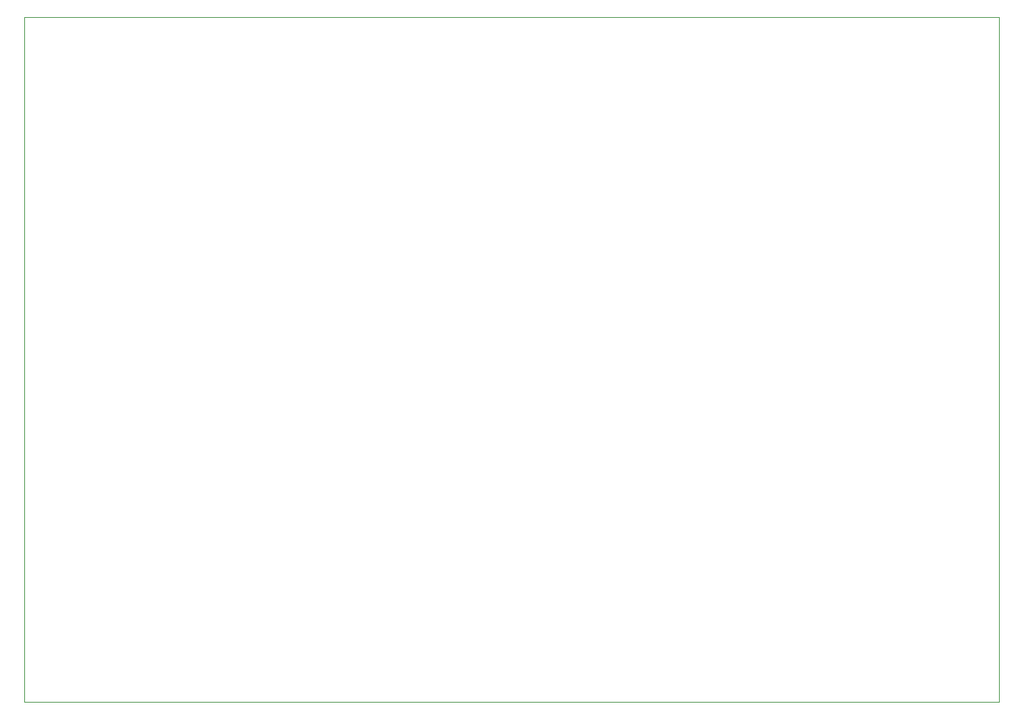
<source format=gbr>
%TF.GenerationSoftware,KiCad,Pcbnew,5.1.5+dfsg1-2build2*%
%TF.CreationDate,2020-12-29T02:51:23+01:00*%
%TF.ProjectId,avr-prog,6176722d-7072-46f6-972e-6b696361645f,1.0*%
%TF.SameCoordinates,PX1e47770PY6a95280*%
%TF.FileFunction,Profile,NP*%
%FSLAX46Y46*%
G04 Gerber Fmt 4.6, Leading zero omitted, Abs format (unit mm)*
G04 Created by KiCad (PCBNEW 5.1.5+dfsg1-2build2) date 2020-12-29 02:51:23*
%MOMM*%
%LPD*%
G04 APERTURE LIST*
%TA.AperFunction,Profile*%
%ADD10C,0.050000*%
%TD*%
G04 APERTURE END LIST*
D10*
X0Y0D02*
X0Y81280000D01*
X115570000Y0D02*
X0Y0D01*
X115570000Y81280000D02*
X115570000Y0D01*
X0Y81280000D02*
X115570000Y81280000D01*
M02*

</source>
